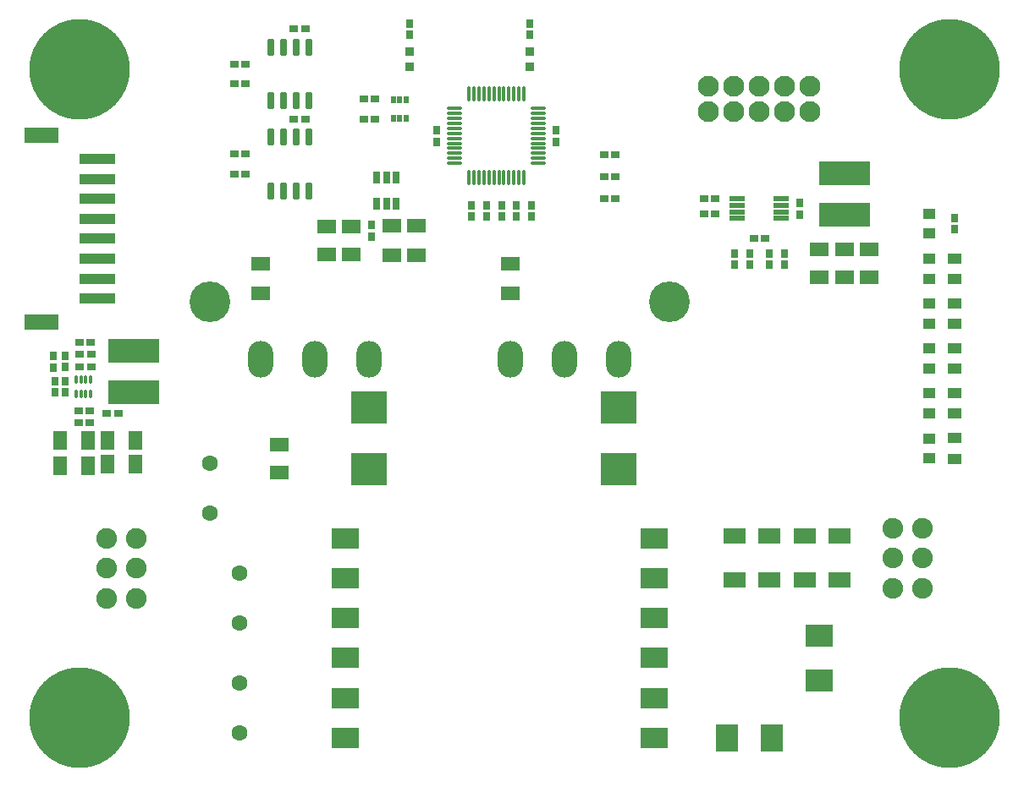
<source format=gbr>
%TF.GenerationSoftware,Altium Limited,Altium Designer,25.1.2 (22)*%
G04 Layer_Color=8388736*
%FSLAX45Y45*%
%MOMM*%
%TF.SameCoordinates,CB1A417E-7DD8-4276-B15B-71DB2DCBA6F7*%
%TF.FilePolarity,Negative*%
%TF.FileFunction,Soldermask,Top*%
%TF.Part,Single*%
G01*
G75*
%TA.AperFunction,ConnectorPad*%
%ADD63R,2.82600X2.07600*%
%TA.AperFunction,SMDPad,CuDef*%
%ADD64O,0.37600X1.47600*%
%ADD65O,1.47600X0.37600*%
%ADD66R,0.72600X0.87600*%
%ADD67R,0.87600X0.72600*%
%ADD68R,3.64600X3.17600*%
%ADD69R,2.23500X2.81900*%
%ADD70R,1.37600X1.87600*%
G04:AMPARAMS|DCode=71|XSize=0.77mm|YSize=0.4mm|CornerRadius=0.1mm|HoleSize=0mm|Usage=FLASHONLY|Rotation=90.000|XOffset=0mm|YOffset=0mm|HoleType=Round|Shape=RoundedRectangle|*
%AMROUNDEDRECTD71*
21,1,0.77000,0.20000,0,0,90.0*
21,1,0.57000,0.40000,0,0,90.0*
1,1,0.20000,0.10000,0.28500*
1,1,0.20000,0.10000,-0.28500*
1,1,0.20000,-0.10000,-0.28500*
1,1,0.20000,-0.10000,0.28500*
%
%ADD71ROUNDEDRECTD71*%
%ADD72R,0.92600X0.67600*%
%ADD73R,0.67600X0.92600*%
%ADD74R,1.87600X1.37600*%
%ADD75R,0.67600X1.17600*%
%ADD76R,5.17600X2.42600*%
%ADD77R,2.27600X1.62600*%
%ADD78R,1.47600X1.12600*%
%ADD79R,1.22600X1.07600*%
%ADD80R,3.57600X1.07600*%
%ADD81R,3.47600X1.57600*%
%ADD82R,0.87600X0.87600*%
%ADD83R,2.81900X2.23500*%
G04:AMPARAMS|DCode=84|XSize=1.626mm|YSize=0.676mm|CornerRadius=0.088mm|HoleSize=0mm|Usage=FLASHONLY|Rotation=90.000|XOffset=0mm|YOffset=0mm|HoleType=Round|Shape=RoundedRectangle|*
%AMROUNDEDRECTD84*
21,1,1.62600,0.50000,0,0,90.0*
21,1,1.45000,0.67600,0,0,90.0*
1,1,0.17600,0.25000,0.72500*
1,1,0.17600,0.25000,-0.72500*
1,1,0.17600,-0.25000,-0.72500*
1,1,0.17600,-0.25000,0.72500*
%
%ADD84ROUNDEDRECTD84*%
%ADD85R,1.55000X0.55000*%
%ADD86R,0.52000X0.70000*%
%TA.AperFunction,ComponentPad*%
%ADD87O,2.51600X3.67600*%
%TA.AperFunction,ViaPad*%
%ADD88C,10.07600*%
%TA.AperFunction,ComponentPad*%
%ADD89C,2.10000*%
%ADD90C,4.07600*%
%ADD91C,1.60000*%
%ADD92C,0.07600*%
%ADD93C,2.07600*%
D63*
X3252500Y2400000D02*
D03*
Y2000000D02*
D03*
Y1600000D02*
D03*
Y1200000D02*
D03*
Y800000D02*
D03*
Y400000D02*
D03*
X6347500D02*
D03*
Y800000D02*
D03*
Y1200000D02*
D03*
Y1600000D02*
D03*
Y2000000D02*
D03*
Y2400000D02*
D03*
D64*
X4493735Y6850239D02*
D03*
X4543735D02*
D03*
X4593735D02*
D03*
X4643735D02*
D03*
X4693735D02*
D03*
X4743735D02*
D03*
X4793735D02*
D03*
X4843735D02*
D03*
X4893735D02*
D03*
X4943735D02*
D03*
X4993735D02*
D03*
X5043735D02*
D03*
Y6010239D02*
D03*
X4993735D02*
D03*
X4943735D02*
D03*
X4893735D02*
D03*
X4843735D02*
D03*
X4793735D02*
D03*
X4743735D02*
D03*
X4693735D02*
D03*
X4643735D02*
D03*
X4593735D02*
D03*
X4543735D02*
D03*
X4493735D02*
D03*
D65*
X5188735Y6705239D02*
D03*
Y6655239D02*
D03*
Y6605239D02*
D03*
Y6555239D02*
D03*
Y6505239D02*
D03*
Y6455239D02*
D03*
Y6405239D02*
D03*
Y6355239D02*
D03*
Y6305239D02*
D03*
Y6255239D02*
D03*
Y6205239D02*
D03*
Y6155239D02*
D03*
X4348735D02*
D03*
Y6205239D02*
D03*
Y6255239D02*
D03*
Y6305239D02*
D03*
Y6355239D02*
D03*
Y6405239D02*
D03*
Y6455239D02*
D03*
Y6505239D02*
D03*
Y6555239D02*
D03*
Y6605239D02*
D03*
Y6655239D02*
D03*
Y6705239D02*
D03*
D66*
X7300000Y5255000D02*
D03*
Y5145000D02*
D03*
X7500000Y5255000D02*
D03*
Y5145000D02*
D03*
X455881Y3864562D02*
D03*
Y3974562D02*
D03*
X350000Y3974600D02*
D03*
Y3864600D02*
D03*
X455881Y4114561D02*
D03*
Y4224562D02*
D03*
X7150000Y5145000D02*
D03*
Y5255000D02*
D03*
X4518735Y5735239D02*
D03*
Y5625239D02*
D03*
X4818735Y5625239D02*
D03*
Y5735238D02*
D03*
X4668735Y5735239D02*
D03*
Y5625239D02*
D03*
X5118735Y5625239D02*
D03*
Y5735238D02*
D03*
X4968735Y5735239D02*
D03*
Y5625239D02*
D03*
X5100000Y7445000D02*
D03*
Y7555000D02*
D03*
X3900000Y7445000D02*
D03*
Y7555000D02*
D03*
X9350000Y5495000D02*
D03*
Y5604999D02*
D03*
X7650000Y5145000D02*
D03*
Y5255000D02*
D03*
D67*
X6845000Y5650000D02*
D03*
X6955000D02*
D03*
X2145000Y6050000D02*
D03*
X2255000Y6050000D02*
D03*
X700882Y3559562D02*
D03*
X590882D02*
D03*
X5844999Y6240000D02*
D03*
X5955000D02*
D03*
X5845000Y5800000D02*
D03*
X5955000D02*
D03*
X5845000Y6020000D02*
D03*
X5955000D02*
D03*
X710882Y4359562D02*
D03*
X600882D02*
D03*
X2255000Y6950000D02*
D03*
X2145000D02*
D03*
X2255000Y7150000D02*
D03*
X2145000D02*
D03*
X2255000Y6250000D02*
D03*
X2145000Y6250000D02*
D03*
X3445000Y6600000D02*
D03*
X3555000D02*
D03*
X3445000Y6800000D02*
D03*
X3555000D02*
D03*
X6955000Y5800000D02*
D03*
X6845000D02*
D03*
D68*
X5994000Y3090000D02*
D03*
Y3709999D02*
D03*
X3494000Y3710000D02*
D03*
Y3090000D02*
D03*
D69*
X7521000Y400000D02*
D03*
X7079000D02*
D03*
D70*
X405882Y3379562D02*
D03*
X685882D02*
D03*
X875881Y3139562D02*
D03*
X1155882D02*
D03*
X1155882Y3379562D02*
D03*
X875881Y3379562D02*
D03*
X685882Y3129561D02*
D03*
X405882Y3129562D02*
D03*
D71*
X560881Y3993562D02*
D03*
X610882D02*
D03*
X660881D02*
D03*
X710881D02*
D03*
Y3845562D02*
D03*
X660881D02*
D03*
X610881D02*
D03*
X560881Y3845562D02*
D03*
D72*
X703381Y3679562D02*
D03*
X588382Y3679562D02*
D03*
X983382Y3649562D02*
D03*
X868382D02*
D03*
X598382Y4119561D02*
D03*
X713381D02*
D03*
Y4239561D02*
D03*
X598382D02*
D03*
X2742500Y6600000D02*
D03*
X2857499D02*
D03*
X2742500Y7500000D02*
D03*
X2857500D02*
D03*
X7342500Y5400000D02*
D03*
X7457500D02*
D03*
D73*
X3518735Y5537739D02*
D03*
X3518735Y5422739D02*
D03*
X335881Y4112062D02*
D03*
Y4227061D02*
D03*
X4168735Y6487739D02*
D03*
Y6372739D02*
D03*
X5368735Y6487738D02*
D03*
Y6372739D02*
D03*
X7800000Y5642500D02*
D03*
Y5757500D02*
D03*
D74*
X3318735Y5520239D02*
D03*
Y5240239D02*
D03*
X3718735Y5530239D02*
D03*
Y5230238D02*
D03*
X3068735Y5520239D02*
D03*
Y5240239D02*
D03*
X3968735Y5530239D02*
D03*
Y5230238D02*
D03*
X4906000Y5150000D02*
D03*
Y4850000D02*
D03*
X2406000Y5150000D02*
D03*
Y4850000D02*
D03*
X8500000Y5290000D02*
D03*
Y5010000D02*
D03*
X8250000Y5290000D02*
D03*
Y5010001D02*
D03*
X8000000Y5290000D02*
D03*
Y5010000D02*
D03*
X2600000Y3060000D02*
D03*
Y3340000D02*
D03*
D75*
X3573735Y6010238D02*
D03*
X3668735Y6010239D02*
D03*
X3763735Y6010238D02*
D03*
Y5750238D02*
D03*
X3668735Y5750239D02*
D03*
X3573735Y5750238D02*
D03*
D76*
X1135881Y3862062D02*
D03*
Y4277062D02*
D03*
X8250000Y5642500D02*
D03*
Y6057500D02*
D03*
D77*
X7500000Y1980000D02*
D03*
X7500000Y2419999D02*
D03*
X7850000Y1980000D02*
D03*
Y2420000D02*
D03*
X8200000Y1980000D02*
D03*
Y2420000D02*
D03*
X7150000Y1980000D02*
D03*
Y2420000D02*
D03*
D78*
X9350000Y4547500D02*
D03*
Y4752500D02*
D03*
Y4097500D02*
D03*
Y4302500D02*
D03*
Y3647500D02*
D03*
Y3852500D02*
D03*
Y3197500D02*
D03*
Y3402500D02*
D03*
Y4997500D02*
D03*
Y5202500D02*
D03*
D79*
X9100000Y5450000D02*
D03*
Y5650000D02*
D03*
Y4100000D02*
D03*
Y4300000D02*
D03*
Y3650000D02*
D03*
Y3850000D02*
D03*
Y3200000D02*
D03*
Y3400000D02*
D03*
Y5000000D02*
D03*
Y5200000D02*
D03*
Y4550000D02*
D03*
Y4750000D02*
D03*
D80*
X775000Y4800000D02*
D03*
X775000Y5599999D02*
D03*
X775000Y5800001D02*
D03*
X775000Y6000000D02*
D03*
X775000Y6200000D02*
D03*
X775000Y5000000D02*
D03*
X775000Y5200001D02*
D03*
X775000Y5400000D02*
D03*
D81*
X219999Y4565000D02*
D03*
X220000Y6434999D02*
D03*
D82*
X5100000Y7275000D02*
D03*
Y7125000D02*
D03*
X3900000D02*
D03*
Y7275000D02*
D03*
D83*
X8000000Y979000D02*
D03*
Y1421000D02*
D03*
D84*
X2509499Y6780000D02*
D03*
X2636500Y6780000D02*
D03*
X2763500Y6780000D02*
D03*
X2890500D02*
D03*
X2890500Y7320000D02*
D03*
X2763500D02*
D03*
X2636500D02*
D03*
X2509500D02*
D03*
X2509500Y5880000D02*
D03*
X2636500D02*
D03*
X2763500D02*
D03*
X2890500D02*
D03*
X2890500Y6420000D02*
D03*
X2763500D02*
D03*
X2636500Y6420000D02*
D03*
X2509500Y6420000D02*
D03*
D85*
X7620000Y5602500D02*
D03*
X7620000Y5667500D02*
D03*
X7620000Y5732500D02*
D03*
X7620000Y5797500D02*
D03*
X7180000Y5602500D02*
D03*
X7180000Y5667500D02*
D03*
X7180000Y5732500D02*
D03*
X7180000Y5797500D02*
D03*
D86*
X3800000Y6794500D02*
D03*
X3864999D02*
D03*
X3800000Y6604500D02*
D03*
X3865000D02*
D03*
X3735000Y6605000D02*
D03*
X3735000Y6795000D02*
D03*
D87*
X5994000Y4195500D02*
D03*
X5450000D02*
D03*
X4906000D02*
D03*
X3494000D02*
D03*
X2950000D02*
D03*
X2406000D02*
D03*
D88*
X9300000Y600000D02*
D03*
Y7100000D02*
D03*
X600000D02*
D03*
Y600000D02*
D03*
D89*
X6892000Y6673000D02*
D03*
Y6927000D02*
D03*
X7146000Y6673000D02*
D03*
Y6927000D02*
D03*
X7400000Y6673000D02*
D03*
Y6927000D02*
D03*
X7654000Y6673000D02*
D03*
Y6927000D02*
D03*
X7908000Y6673000D02*
D03*
Y6927000D02*
D03*
D90*
X6497000Y4767000D02*
D03*
X1903000D02*
D03*
D91*
X2200000Y450000D02*
D03*
X2200000Y950000D02*
D03*
X2200000Y1550000D02*
D03*
X2200000Y2050000D02*
D03*
X1900000Y2650000D02*
D03*
X1900000Y3150000D02*
D03*
D92*
X9465000Y2200000D02*
D03*
X435000Y2100000D02*
D03*
D93*
X8735000Y1900000D02*
D03*
Y2200000D02*
D03*
Y2500000D02*
D03*
X9035000Y1900000D02*
D03*
Y2200000D02*
D03*
Y2500000D02*
D03*
X1165000Y2400000D02*
D03*
Y2100000D02*
D03*
Y1800000D02*
D03*
X865000Y2400000D02*
D03*
Y2100000D02*
D03*
Y1800000D02*
D03*
%TF.MD5,82ea8d56c4e07dee00f5009a80ff721a*%
M02*

</source>
